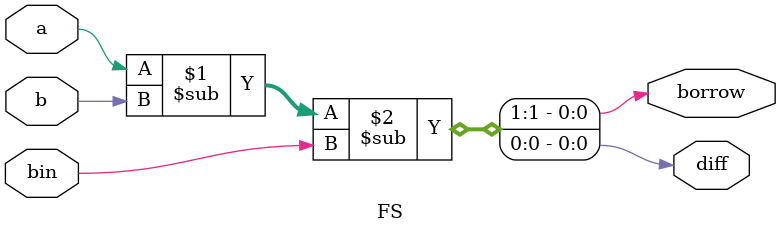
<source format=v>
module FS(input a,b,bin,output diff,borrow);
assign {borrow,diff} = a-b-bin;
endmodule

</source>
